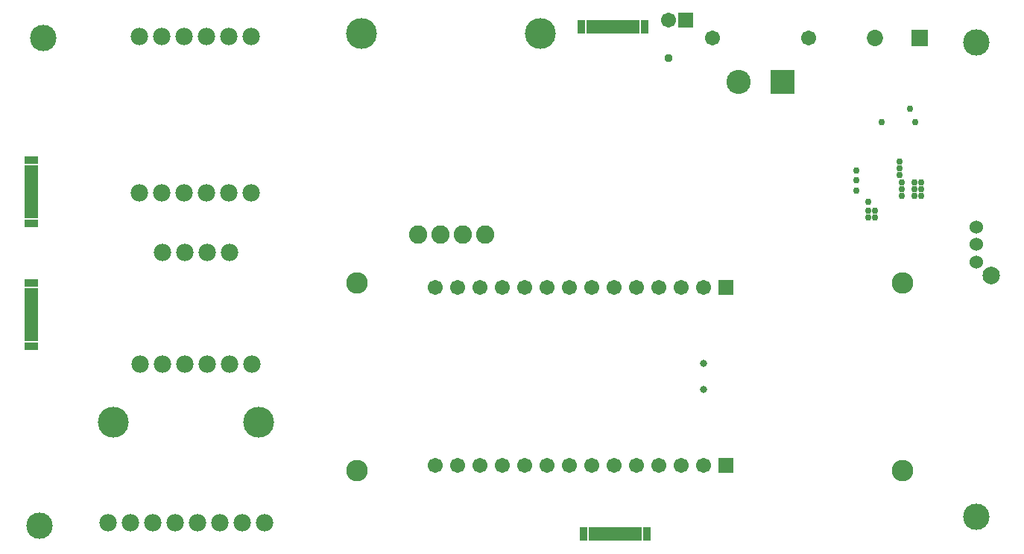
<source format=gbr>
G04 EAGLE Gerber RS-274X export*
G75*
%MOMM*%
%FSLAX34Y34*%
%LPD*%
%INSoldermask Bottom*%
%IPPOS*%
%AMOC8*
5,1,8,0,0,1.08239X$1,22.5*%
G01*
%ADD10C,2.082800*%
%ADD11C,1.981200*%
%ADD12C,2.453200*%
%ADD13R,1.703200X1.703200*%
%ADD14C,1.703200*%
%ADD15C,3.003200*%
%ADD16C,3.503200*%
%ADD17C,3.505200*%
%ADD18C,1.524000*%
%ADD19C,1.993900*%
%ADD20R,2.753200X2.753200*%
%ADD21C,2.753200*%
%ADD22R,1.853200X1.853200*%
%ADD23C,1.853200*%
%ADD24R,1.603200X0.503200*%
%ADD25R,1.603200X0.903200*%
%ADD26R,0.503200X1.603200*%
%ADD27R,0.903200X1.603200*%
%ADD28C,0.758800*%
%ADD29C,0.808800*%
%ADD30C,0.958800*%


D10*
X545920Y411450D03*
X571320Y411450D03*
X596720Y411450D03*
X622120Y411450D03*
D11*
X229300Y636240D03*
X254700Y636240D03*
X280100Y636240D03*
X305500Y636240D03*
X330900Y636240D03*
X356300Y636240D03*
X229300Y458440D03*
X254700Y458440D03*
X280100Y458440D03*
X305500Y458440D03*
X330900Y458440D03*
X356300Y458440D03*
D12*
X1095930Y356540D03*
X1095930Y143140D03*
X476130Y143140D03*
X476130Y356540D03*
D13*
X895504Y351186D03*
D14*
X870104Y351186D03*
X844704Y351186D03*
X819304Y351186D03*
X793904Y351186D03*
X768504Y351186D03*
X743104Y351186D03*
X717704Y351186D03*
X692304Y351186D03*
X666904Y351186D03*
X641504Y351186D03*
X616104Y351186D03*
X590704Y351186D03*
X565304Y351186D03*
D13*
X895504Y148494D03*
D14*
X870104Y148494D03*
X844704Y148494D03*
X819304Y148494D03*
X793904Y148494D03*
X768504Y148494D03*
X743104Y148494D03*
X717704Y148494D03*
X692304Y148494D03*
X666904Y148494D03*
X641504Y148494D03*
X616104Y148494D03*
X590704Y148494D03*
X565304Y148494D03*
D15*
X119960Y634760D03*
X1180000Y630000D03*
X115860Y80260D03*
D16*
X200030Y198000D03*
X365130Y198000D03*
D11*
X193680Y83700D03*
X219080Y83700D03*
X244480Y83700D03*
X269880Y83700D03*
X295280Y83700D03*
X320680Y83700D03*
X346080Y83700D03*
X371480Y83700D03*
X229960Y264310D03*
X255360Y264310D03*
X280760Y264310D03*
X306160Y264310D03*
X331560Y264310D03*
X356960Y264310D03*
X255360Y391310D03*
X280760Y391310D03*
X306160Y391310D03*
X331560Y391310D03*
D17*
X481900Y639920D03*
X685100Y639920D03*
D18*
X1180000Y420000D03*
X1180000Y399934D03*
X1180000Y380122D03*
D19*
X1197018Y364882D03*
D20*
X960000Y585000D03*
D21*
X910000Y585000D03*
D14*
X990000Y635000D03*
X880000Y635000D03*
D22*
X1115400Y635000D03*
D23*
X1064600Y635000D03*
D24*
X106680Y432240D03*
X106680Y437240D03*
X106680Y442240D03*
X106680Y447240D03*
X106680Y452240D03*
X106680Y457240D03*
X106680Y462240D03*
X106680Y467240D03*
X106680Y472240D03*
X106680Y477240D03*
X106680Y482240D03*
X106680Y487240D03*
D25*
X106680Y423740D03*
X106680Y495740D03*
D24*
X106680Y292540D03*
X106680Y297540D03*
X106680Y302540D03*
X106680Y307540D03*
X106680Y312540D03*
X106680Y317540D03*
X106680Y322540D03*
X106680Y327540D03*
X106680Y332540D03*
X106680Y337540D03*
X106680Y342540D03*
X106680Y347540D03*
D25*
X106680Y284040D03*
X106680Y356040D03*
D26*
X739580Y647700D03*
X744580Y647700D03*
X749580Y647700D03*
X754580Y647700D03*
X759580Y647700D03*
X764580Y647700D03*
X769580Y647700D03*
X774580Y647700D03*
X779580Y647700D03*
X784580Y647700D03*
X789580Y647700D03*
X794580Y647700D03*
D27*
X731080Y647700D03*
X803080Y647700D03*
D26*
X797120Y71120D03*
X792120Y71120D03*
X787120Y71120D03*
X782120Y71120D03*
X777120Y71120D03*
X772120Y71120D03*
X767120Y71120D03*
X762120Y71120D03*
X757120Y71120D03*
X752120Y71120D03*
X747120Y71120D03*
X742120Y71120D03*
D27*
X805620Y71120D03*
X733620Y71120D03*
D15*
X1180000Y90000D03*
D28*
X1117270Y470380D03*
X1117270Y462760D03*
X1117270Y455140D03*
X1109650Y455140D03*
X1109650Y462760D03*
X1109650Y470380D03*
X1095680Y470380D03*
X1095680Y462760D03*
X1095680Y455140D03*
X1093140Y479270D03*
X1093140Y486890D03*
X1093140Y494510D03*
D14*
X830000Y655000D03*
D28*
X1104570Y554200D03*
X1043610Y461490D03*
X1065200Y438630D03*
X1065200Y431010D03*
X1057580Y438630D03*
X1057580Y431010D03*
X1057580Y448790D03*
X1043610Y472920D03*
X1043610Y484350D03*
D29*
X870000Y235000D03*
X870000Y265000D03*
D28*
X1072820Y538960D03*
X1110920Y538960D03*
D30*
X830000Y612000D03*
D13*
X850000Y655000D03*
M02*

</source>
